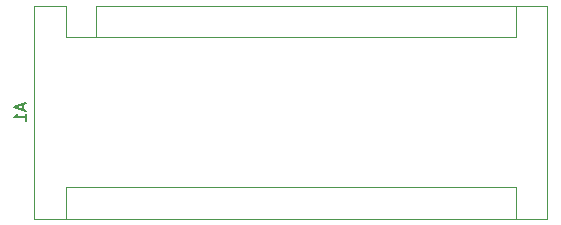
<source format=gbr>
%TF.GenerationSoftware,KiCad,Pcbnew,(5.1.7)-1*%
%TF.CreationDate,2021-08-14T14:35:33+02:00*%
%TF.ProjectId,dumper,64756d70-6572-42e6-9b69-6361645f7063,rev?*%
%TF.SameCoordinates,Original*%
%TF.FileFunction,Legend,Bot*%
%TF.FilePolarity,Positive*%
%FSLAX46Y46*%
G04 Gerber Fmt 4.6, Leading zero omitted, Abs format (unit mm)*
G04 Created by KiCad (PCBNEW (5.1.7)-1) date 2021-08-14 14:35:33*
%MOMM*%
%LPD*%
G01*
G04 APERTURE LIST*
%ADD10C,0.120000*%
%ADD11C,0.150000*%
G04 APERTURE END LIST*
D10*
%TO.C,A1*%
X151130000Y-67945000D02*
X148590000Y-67945000D01*
X148590000Y-67945000D02*
X148590000Y-65275000D01*
X151130000Y-65275000D02*
X189360000Y-65275000D01*
X145920000Y-65275000D02*
X148590000Y-65275000D01*
X148590000Y-80645000D02*
X148590000Y-83315000D01*
X148590000Y-80645000D02*
X186690000Y-80645000D01*
X186690000Y-80645000D02*
X186690000Y-83315000D01*
X151130000Y-67945000D02*
X151130000Y-65275000D01*
X151130000Y-67945000D02*
X186690000Y-67945000D01*
X186690000Y-67945000D02*
X186690000Y-65275000D01*
X189360000Y-65275000D02*
X189360000Y-83315000D01*
X189360000Y-83315000D02*
X145920000Y-83315000D01*
X145920000Y-83315000D02*
X145920000Y-65275000D01*
D11*
X144946666Y-73580714D02*
X144946666Y-74056904D01*
X145232380Y-73485476D02*
X144232380Y-73818809D01*
X145232380Y-74152142D01*
X145232380Y-75009285D02*
X145232380Y-74437857D01*
X145232380Y-74723571D02*
X144232380Y-74723571D01*
X144375238Y-74628333D01*
X144470476Y-74533095D01*
X144518095Y-74437857D01*
%TD*%
M02*

</source>
